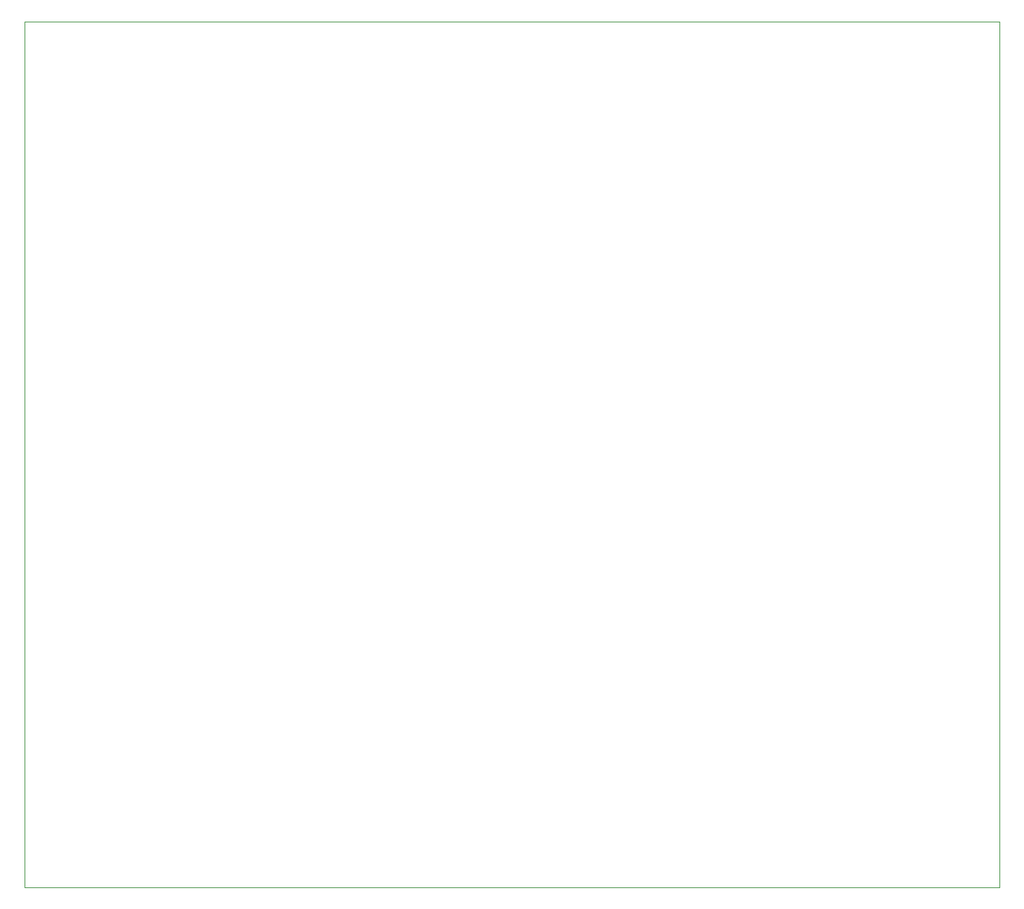
<source format=gbr>
G04 #@! TF.GenerationSoftware,KiCad,Pcbnew,5.1.5+dfsg1-2build2*
G04 #@! TF.CreationDate,2021-06-07T18:50:27-07:00*
G04 #@! TF.ProjectId,Atmega328p,41746d65-6761-4333-9238-702e6b696361,rev?*
G04 #@! TF.SameCoordinates,Original*
G04 #@! TF.FileFunction,Profile,NP*
%FSLAX46Y46*%
G04 Gerber Fmt 4.6, Leading zero omitted, Abs format (unit mm)*
G04 Created by KiCad (PCBNEW 5.1.5+dfsg1-2build2) date 2021-06-07 18:50:27*
%MOMM*%
%LPD*%
G04 APERTURE LIST*
%ADD10C,0.050000*%
G04 APERTURE END LIST*
D10*
X203200000Y-50800000D02*
X88900000Y-50800000D01*
X203200000Y-152400000D02*
X203200000Y-50800000D01*
X190500000Y-152400000D02*
X203200000Y-152400000D01*
X88900000Y-152400000D02*
X190500000Y-152400000D01*
X88900000Y-50800000D02*
X88900000Y-152400000D01*
M02*

</source>
